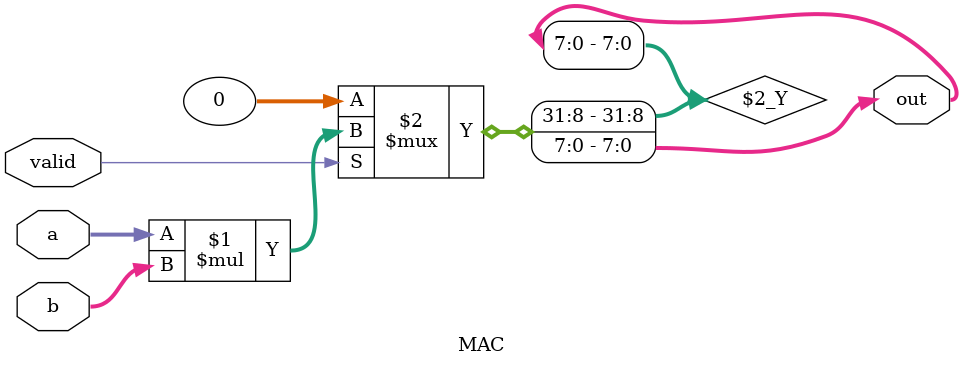
<source format=v>
module MAC#(
  parameter WIDTH_SUM = 8,
	parameter WIDTH_A = 8,
	parameter WIDTH_B = 8
	)
	(

	input valid,
	input	signed	 	[WIDTH_A-1:0] 			a,
	input	signed	 	[WIDTH_B-1:0] 			b,
	output 	wire 		[WIDTH_SUM-1:0]	out
    );


assign out = valid? a*b: 0;
endmodule

</source>
